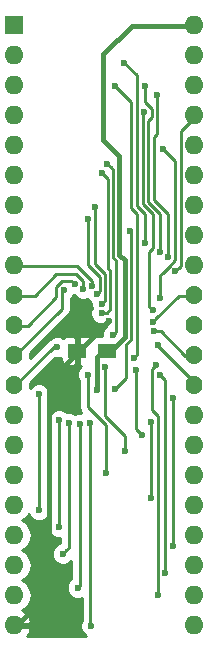
<source format=gbl>
G04 #@! TF.FileFunction,Copper,L2,Bot,Signal*
%FSLAX46Y46*%
G04 Gerber Fmt 4.6, Leading zero omitted, Abs format (unit mm)*
G04 Created by KiCad (PCBNEW 4.0.7-e2-6376~58~ubuntu16.04.1) date Tue Aug 20 20:43:04 2024*
%MOMM*%
%LPD*%
G01*
G04 APERTURE LIST*
%ADD10C,0.100000*%
%ADD11R,1.500000X1.250000*%
%ADD12R,1.600000X1.600000*%
%ADD13O,1.600000X1.600000*%
%ADD14O,1.400000X1.600000*%
%ADD15C,0.600000*%
%ADD16C,0.400000*%
%ADD17C,0.250000*%
%ADD18C,0.254000*%
G04 APERTURE END LIST*
D10*
D11*
X156130000Y-132540000D03*
X153630000Y-132540000D03*
D12*
X148330000Y-104970000D03*
D13*
X163570000Y-155770000D03*
X148330000Y-107510000D03*
X163570000Y-153230000D03*
X148330000Y-110050000D03*
X163570000Y-150690000D03*
X148330000Y-112590000D03*
X163570000Y-148150000D03*
X148330000Y-115130000D03*
X163570000Y-145610000D03*
X148330000Y-117670000D03*
X163570000Y-143070000D03*
X148330000Y-120210000D03*
X163570000Y-140530000D03*
X148330000Y-122750000D03*
X163570000Y-137990000D03*
X148330000Y-125290000D03*
D14*
X163570000Y-135450000D03*
X148330000Y-127830000D03*
X163570000Y-132910000D03*
X148330000Y-130370000D03*
X163570000Y-130370000D03*
X148330000Y-132910000D03*
X163570000Y-127830000D03*
X148330000Y-135450000D03*
D13*
X163570000Y-125290000D03*
X148330000Y-137990000D03*
X163570000Y-122750000D03*
X148330000Y-140530000D03*
X163570000Y-120210000D03*
X148330000Y-143070000D03*
X163570000Y-117670000D03*
X148330000Y-145610000D03*
X163570000Y-115130000D03*
X148330000Y-148150000D03*
X163570000Y-112590000D03*
X148330000Y-150690000D03*
X163570000Y-110050000D03*
X148330000Y-153230000D03*
X163570000Y-107510000D03*
X148330000Y-155770000D03*
X163570000Y-104970000D03*
D15*
X155300000Y-135900000D03*
X156324957Y-130034921D03*
X159366397Y-123424176D03*
X157619990Y-108147998D03*
X154820000Y-155830000D03*
X154770000Y-138670000D03*
X153678930Y-152594990D03*
X153870000Y-138740000D03*
X158441388Y-133122544D03*
X156840000Y-110090000D03*
X152431082Y-149715010D03*
X152930000Y-138670000D03*
X159324979Y-112363296D03*
X160039965Y-129112004D03*
X152062237Y-147439139D03*
X152120000Y-138420000D03*
X150410000Y-146050000D03*
X150420000Y-136230000D03*
X156168341Y-116718305D03*
X156649968Y-131218275D03*
X154549990Y-134550000D03*
X156120000Y-142870000D03*
X156000010Y-133900000D03*
X157650000Y-141000000D03*
X158110000Y-122390000D03*
X156880000Y-135750010D03*
X158599990Y-134165063D03*
X159140000Y-139670000D03*
X154900556Y-127056165D03*
X160520000Y-132050000D03*
X154142375Y-127311469D03*
X160183300Y-130877075D03*
X153442582Y-126923772D03*
X152525457Y-127378442D03*
X160040010Y-130090000D03*
X151970000Y-132230000D03*
X155325931Y-127733716D03*
X154564990Y-121352338D03*
X155709946Y-128560771D03*
X155190000Y-120400000D03*
X155764979Y-117505507D03*
X155704549Y-129360764D03*
X159854990Y-138588300D03*
X159854990Y-144985881D03*
X160664975Y-128062246D03*
X160890000Y-115420000D03*
X161745010Y-136524738D03*
X161745010Y-149090000D03*
X161925806Y-125803114D03*
X161120000Y-151330000D03*
X160640000Y-134590000D03*
X161310889Y-124629242D03*
X160400000Y-110900000D03*
X160480000Y-153220000D03*
X160330000Y-133730000D03*
X160658484Y-124166224D03*
X159350010Y-110121666D03*
D16*
X157655009Y-131384991D02*
X156500000Y-132540000D01*
X157655009Y-129732533D02*
X157655009Y-131384991D01*
X157650000Y-124871112D02*
X157650000Y-129727524D01*
X157195022Y-124416134D02*
X157650000Y-124871112D01*
X157195022Y-116025022D02*
X157195022Y-124416134D01*
X155830000Y-114660000D02*
X157195022Y-116025022D01*
X157650000Y-129727524D02*
X157655009Y-129732533D01*
X156500000Y-132540000D02*
X156130000Y-132540000D01*
X155300000Y-133060000D02*
X155300000Y-135900000D01*
X155820000Y-132540000D02*
X155300000Y-133060000D01*
X156130000Y-132540000D02*
X155820000Y-132540000D01*
X155830000Y-107450000D02*
X155830000Y-114660000D01*
X158276400Y-105003600D02*
X155830000Y-107450000D01*
X162150000Y-105003600D02*
X158276400Y-105003600D01*
X163741100Y-105003600D02*
X162150000Y-105003600D01*
X153755000Y-132540000D02*
X156260079Y-130034921D01*
X156024958Y-130334920D02*
X156324957Y-130034921D01*
X151240000Y-135119878D02*
X156024958Y-130334920D01*
X151240000Y-153064700D02*
X151240000Y-135119878D01*
X148501100Y-155803600D02*
X151240000Y-153064700D01*
X153630000Y-132540000D02*
X153755000Y-132540000D01*
X156260079Y-130034921D02*
X156324957Y-130034921D01*
D17*
X159366397Y-122999912D02*
X159366397Y-123424176D01*
X159366397Y-120934978D02*
X159366397Y-122999912D01*
X158685020Y-109213028D02*
X158685020Y-120253601D01*
X157619990Y-108147998D02*
X158685020Y-109213028D01*
X158685020Y-120253601D02*
X159366397Y-120934978D01*
X154770000Y-138670000D02*
X154770000Y-155780000D01*
X154770000Y-155780000D02*
X154820000Y-155830000D01*
X153870000Y-152403920D02*
X153678930Y-152594990D01*
X153870000Y-138740000D02*
X153870000Y-152403920D01*
X158441388Y-133122544D02*
X158741387Y-132822545D01*
X158225009Y-120430000D02*
X158225009Y-111475009D01*
X158741387Y-132822545D02*
X158741387Y-120946378D01*
X158741387Y-120946378D02*
X158225009Y-120430000D01*
X158225009Y-111475009D02*
X157139999Y-110389999D01*
X157139999Y-110389999D02*
X156840000Y-110090000D01*
X152731081Y-149415011D02*
X152431082Y-149715010D01*
X152930000Y-149216092D02*
X152731081Y-149415011D01*
X152930000Y-138670000D02*
X152930000Y-149216092D01*
X159217304Y-112470971D02*
X159324979Y-112363296D01*
X159217304Y-120149473D02*
X159217304Y-112470971D01*
X160039965Y-120972134D02*
X159217304Y-120149473D01*
X160039965Y-123859741D02*
X160039965Y-120972134D01*
X160039965Y-129112004D02*
X159739966Y-128812005D01*
X159739966Y-124159740D02*
X160039965Y-123859741D01*
X159739966Y-128812005D02*
X159739966Y-124159740D01*
X152120000Y-138420000D02*
X152120000Y-147381376D01*
X152120000Y-147381376D02*
X152062237Y-147439139D01*
X150400000Y-136674264D02*
X150400000Y-146040000D01*
X150400000Y-146040000D02*
X150410000Y-146050000D01*
X150420000Y-136230000D02*
X150420000Y-136654264D01*
X150420000Y-136654264D02*
X150400000Y-136674264D01*
X156949967Y-130918276D02*
X156949967Y-124913556D01*
X156468340Y-117018304D02*
X156168341Y-116718305D01*
X156949967Y-124913556D02*
X156670011Y-124633600D01*
X156670011Y-117219975D02*
X156468340Y-117018304D01*
X156649968Y-131218275D02*
X156949967Y-130918276D01*
X156670011Y-124633600D02*
X156670011Y-117219975D01*
X156120000Y-142870000D02*
X156120000Y-138860000D01*
X156120000Y-138860000D02*
X154549990Y-137289990D01*
X154549990Y-137289990D02*
X154549990Y-134974264D01*
X154549990Y-134974264D02*
X154549990Y-134550000D01*
X157650000Y-141000000D02*
X157650000Y-139753590D01*
X157650000Y-139753590D02*
X156000010Y-138103600D01*
X156000010Y-138103600D02*
X156000010Y-134324264D01*
X156000010Y-134324264D02*
X156000010Y-133900000D01*
X158180020Y-123115301D02*
X158180020Y-122460020D01*
X158180020Y-122460020D02*
X158110000Y-122390000D01*
X156880000Y-135750010D02*
X157800010Y-134830000D01*
X157800010Y-134830000D02*
X157800010Y-131982467D01*
X157800010Y-131982467D02*
X158180020Y-131602457D01*
X158180020Y-131602457D02*
X158180020Y-123115301D01*
X158599990Y-134589327D02*
X158599990Y-134165063D01*
X158599990Y-139129990D02*
X158599990Y-134589327D01*
X159140000Y-139670000D02*
X158599990Y-139129990D01*
X148501100Y-125323600D02*
X153270000Y-125323600D01*
X154900556Y-127056165D02*
X154900556Y-126631901D01*
X154900556Y-126631901D02*
X153592255Y-125323600D01*
X153592255Y-125323600D02*
X153270000Y-125323600D01*
X163741100Y-135483600D02*
X163741100Y-135383600D01*
X160520000Y-132162500D02*
X160520000Y-132050000D01*
X163741100Y-135383600D02*
X160520000Y-132162500D01*
X154142375Y-126647373D02*
X154142375Y-126887205D01*
X151823600Y-126069989D02*
X153564991Y-126069989D01*
X154142375Y-126887205D02*
X154142375Y-127311469D01*
X148501100Y-127863600D02*
X150029989Y-127863600D01*
X153564991Y-126069989D02*
X154142375Y-126647373D01*
X150029989Y-127863600D02*
X151823600Y-126069989D01*
X162791100Y-132943600D02*
X160724575Y-130877075D01*
X163741100Y-132943600D02*
X162791100Y-132943600D01*
X160724575Y-130877075D02*
X160607564Y-130877075D01*
X160607564Y-130877075D02*
X160183300Y-130877075D01*
X153142583Y-126623773D02*
X153442582Y-126923772D01*
X151843456Y-127135441D02*
X152355124Y-126623773D01*
X151843456Y-128011244D02*
X151843456Y-127135441D01*
X152355124Y-126623773D02*
X153142583Y-126623773D01*
X149451100Y-130403600D02*
X151843456Y-128011244D01*
X151843456Y-128011244D02*
X151843456Y-127965705D01*
X148501100Y-130403600D02*
X149451100Y-130403600D01*
X148501100Y-132843600D02*
X152335295Y-129009405D01*
X148501100Y-132943600D02*
X148501100Y-132843600D01*
X152335295Y-129009405D02*
X152335295Y-127328659D01*
X160340009Y-129790001D02*
X160040010Y-130090000D01*
X163741100Y-127863600D02*
X162266410Y-127863600D01*
X162266410Y-127863600D02*
X160340009Y-129790001D01*
X148501100Y-135483600D02*
X148501100Y-135383600D01*
X148501100Y-135383600D02*
X151654700Y-132230000D01*
X151654700Y-132230000D02*
X151970000Y-132230000D01*
X155325931Y-127733716D02*
X155544956Y-127514691D01*
X155544956Y-127514691D02*
X155544956Y-126279966D01*
X155544956Y-126279966D02*
X154564990Y-125300000D01*
X154564990Y-125300000D02*
X154564990Y-121352338D01*
X155709946Y-128560771D02*
X155994967Y-128275750D01*
X155994967Y-128275750D02*
X155994967Y-126004967D01*
X155994967Y-126004967D02*
X155190000Y-125200000D01*
X155190000Y-125200000D02*
X155190000Y-120824264D01*
X155190000Y-120824264D02*
X155190000Y-120400000D01*
X156444978Y-125750000D02*
X156220000Y-125525022D01*
X156220000Y-117960528D02*
X155764979Y-117505507D01*
X156220000Y-125525022D02*
X156220000Y-117960528D01*
X155704549Y-129360764D02*
X156128813Y-129360764D01*
X156128813Y-129360764D02*
X156444978Y-129044599D01*
X156444978Y-129044599D02*
X156444978Y-125750000D01*
X159854990Y-144985881D02*
X159854990Y-138588300D01*
X160890000Y-125934030D02*
X160664975Y-126159055D01*
X161941602Y-124882428D02*
X160890000Y-125934030D01*
X161564084Y-125259946D02*
X160890000Y-125934030D01*
X160890000Y-115420000D02*
X161941602Y-116471602D01*
X161941602Y-116471602D02*
X161941602Y-124882428D01*
X160664975Y-127637982D02*
X160664975Y-128062246D01*
X160664975Y-126159055D02*
X160664975Y-127637982D01*
X161745010Y-149090000D02*
X161745010Y-136524738D01*
X162225805Y-125503115D02*
X161925806Y-125803114D01*
X162391613Y-113973087D02*
X162391613Y-125337307D01*
X163741100Y-112623600D02*
X162391613Y-113973087D01*
X162391613Y-125337307D02*
X162225805Y-125503115D01*
X161120000Y-151330000D02*
X161120000Y-135070000D01*
X161120000Y-135070000D02*
X161040000Y-134990000D01*
X160640000Y-134590000D02*
X161040000Y-134990000D01*
X161310889Y-120932769D02*
X161310889Y-124204978D01*
X160400000Y-114164311D02*
X160134311Y-114430000D01*
X161310889Y-124204978D02*
X161310889Y-124629242D01*
X160134311Y-119756191D02*
X161310889Y-120932769D01*
X160134311Y-114430000D02*
X160134311Y-119756191D01*
X160400000Y-110900000D02*
X160400000Y-114164311D01*
X160014999Y-137581410D02*
X160433589Y-138000000D01*
X160480000Y-138046411D02*
X160433589Y-138000000D01*
X160480000Y-153220000D02*
X160480000Y-138046411D01*
X160480000Y-150690000D02*
X160480000Y-153220000D01*
X160330000Y-133730000D02*
X160014999Y-134045001D01*
X160014999Y-134045001D02*
X160014999Y-137581410D01*
X160658484Y-123741960D02*
X160658484Y-124166224D01*
X160658484Y-120954243D02*
X160658484Y-123741960D01*
X159680044Y-119975803D02*
X160658484Y-120954243D01*
X159680044Y-113046046D02*
X159680044Y-119975803D01*
X159949989Y-112776101D02*
X159680044Y-113046046D01*
X159949989Y-112038271D02*
X159949989Y-112776101D01*
X159350010Y-110121666D02*
X159350010Y-111438292D01*
X159350010Y-111438292D02*
X159949989Y-112038271D01*
D18*
G36*
X153367521Y-127858707D02*
X153612048Y-128103661D01*
X153955576Y-128246307D01*
X154327542Y-128246631D01*
X154497222Y-128176521D01*
X154532814Y-128262659D01*
X154774994Y-128505262D01*
X154774784Y-128745938D01*
X154860901Y-128954357D01*
X154769711Y-129173965D01*
X154769387Y-129545931D01*
X154911432Y-129889707D01*
X155174222Y-130152956D01*
X155517750Y-130295602D01*
X155889716Y-130295926D01*
X156189967Y-130171865D01*
X156189967Y-130396672D01*
X156121025Y-130425158D01*
X155857776Y-130687948D01*
X155715130Y-131031476D01*
X155714924Y-131267560D01*
X155380000Y-131267560D01*
X155144683Y-131311838D01*
X154928559Y-131450910D01*
X154882031Y-131519006D01*
X154739698Y-131376673D01*
X154506309Y-131280000D01*
X153915750Y-131280000D01*
X153757000Y-131438750D01*
X153757000Y-132413000D01*
X153777000Y-132413000D01*
X153777000Y-132667000D01*
X153757000Y-132667000D01*
X153757000Y-133641250D01*
X153915750Y-133800000D01*
X153977855Y-133800000D01*
X153757798Y-134019673D01*
X153615152Y-134363201D01*
X153614828Y-134735167D01*
X153756873Y-135078943D01*
X153789990Y-135112118D01*
X153789990Y-137289990D01*
X153847842Y-137580829D01*
X153997702Y-137805111D01*
X153684833Y-137804838D01*
X153474316Y-137891822D01*
X153460327Y-137877808D01*
X153116799Y-137735162D01*
X152757181Y-137734849D01*
X152650327Y-137627808D01*
X152306799Y-137485162D01*
X151934833Y-137484838D01*
X151591057Y-137626883D01*
X151327808Y-137889673D01*
X151185162Y-138233201D01*
X151184838Y-138605167D01*
X151326883Y-138948943D01*
X151360000Y-138982118D01*
X151360000Y-146819014D01*
X151270045Y-146908812D01*
X151127399Y-147252340D01*
X151127075Y-147624306D01*
X151269120Y-147968082D01*
X151531910Y-148231331D01*
X151875438Y-148373977D01*
X152170000Y-148374234D01*
X152170000Y-148811215D01*
X151902139Y-148921893D01*
X151638890Y-149184683D01*
X151496244Y-149528211D01*
X151495920Y-149900177D01*
X151637965Y-150243953D01*
X151900755Y-150507202D01*
X152244283Y-150649848D01*
X152616249Y-150650172D01*
X152960025Y-150508127D01*
X153110000Y-150358413D01*
X153110000Y-151841790D01*
X152886738Y-152064663D01*
X152744092Y-152408191D01*
X152743768Y-152780157D01*
X152885813Y-153123933D01*
X153148603Y-153387182D01*
X153492131Y-153529828D01*
X153864097Y-153530152D01*
X154010000Y-153469866D01*
X154010000Y-155342559D01*
X153885162Y-155643201D01*
X153884838Y-156015167D01*
X154026883Y-156358943D01*
X154289673Y-156622192D01*
X154414357Y-156673965D01*
X149399791Y-156685427D01*
X149561041Y-156507423D01*
X149721904Y-156119039D01*
X149599915Y-155897000D01*
X148457000Y-155897000D01*
X148457000Y-155917000D01*
X148203000Y-155917000D01*
X148203000Y-155897000D01*
X148183000Y-155897000D01*
X148183000Y-155643000D01*
X148203000Y-155643000D01*
X148203000Y-155623000D01*
X148457000Y-155623000D01*
X148457000Y-155643000D01*
X149599915Y-155643000D01*
X149721904Y-155420961D01*
X149561041Y-155032577D01*
X149185134Y-154617611D01*
X148968297Y-154514986D01*
X149372811Y-154244698D01*
X149683880Y-153779151D01*
X149793113Y-153230000D01*
X149683880Y-152680849D01*
X149372811Y-152215302D01*
X148990725Y-151960000D01*
X149372811Y-151704698D01*
X149683880Y-151239151D01*
X149793113Y-150690000D01*
X149683880Y-150140849D01*
X149372811Y-149675302D01*
X148990725Y-149420000D01*
X149372811Y-149164698D01*
X149683880Y-148699151D01*
X149793113Y-148150000D01*
X149683880Y-147600849D01*
X149372811Y-147135302D01*
X148990725Y-146880000D01*
X149372811Y-146624698D01*
X149535305Y-146381509D01*
X149616883Y-146578943D01*
X149879673Y-146842192D01*
X150223201Y-146984838D01*
X150595167Y-146985162D01*
X150938943Y-146843117D01*
X151202192Y-146580327D01*
X151344838Y-146236799D01*
X151345162Y-145864833D01*
X151203117Y-145521057D01*
X151160000Y-145477865D01*
X151160000Y-136812428D01*
X151212192Y-136760327D01*
X151354838Y-136416799D01*
X151355162Y-136044833D01*
X151213117Y-135701057D01*
X150950327Y-135437808D01*
X150606799Y-135295162D01*
X150234833Y-135294838D01*
X149891057Y-135436883D01*
X149644044Y-135683465D01*
X149665000Y-135578113D01*
X149665000Y-135321887D01*
X149660457Y-135299045D01*
X151794654Y-133164848D01*
X152155167Y-133165162D01*
X152245000Y-133128044D01*
X152245000Y-133291310D01*
X152341673Y-133524699D01*
X152520302Y-133703327D01*
X152753691Y-133800000D01*
X153344250Y-133800000D01*
X153503000Y-133641250D01*
X153503000Y-132667000D01*
X153483000Y-132667000D01*
X153483000Y-132413000D01*
X153503000Y-132413000D01*
X153503000Y-131438750D01*
X153344250Y-131280000D01*
X152753691Y-131280000D01*
X152520302Y-131376673D01*
X152471243Y-131425731D01*
X152156799Y-131295162D01*
X151784833Y-131294838D01*
X151441057Y-131436883D01*
X151321727Y-131556005D01*
X151117299Y-131692599D01*
X149638485Y-133171413D01*
X149665000Y-133038113D01*
X149665000Y-132781887D01*
X149660457Y-132759045D01*
X152872696Y-129546806D01*
X153037443Y-129300244D01*
X153095295Y-129009405D01*
X153095295Y-128130735D01*
X153317649Y-127908769D01*
X153338447Y-127858682D01*
X153367521Y-127858707D01*
X153367521Y-127858707D01*
G37*
X153367521Y-127858707D02*
X153612048Y-128103661D01*
X153955576Y-128246307D01*
X154327542Y-128246631D01*
X154497222Y-128176521D01*
X154532814Y-128262659D01*
X154774994Y-128505262D01*
X154774784Y-128745938D01*
X154860901Y-128954357D01*
X154769711Y-129173965D01*
X154769387Y-129545931D01*
X154911432Y-129889707D01*
X155174222Y-130152956D01*
X155517750Y-130295602D01*
X155889716Y-130295926D01*
X156189967Y-130171865D01*
X156189967Y-130396672D01*
X156121025Y-130425158D01*
X155857776Y-130687948D01*
X155715130Y-131031476D01*
X155714924Y-131267560D01*
X155380000Y-131267560D01*
X155144683Y-131311838D01*
X154928559Y-131450910D01*
X154882031Y-131519006D01*
X154739698Y-131376673D01*
X154506309Y-131280000D01*
X153915750Y-131280000D01*
X153757000Y-131438750D01*
X153757000Y-132413000D01*
X153777000Y-132413000D01*
X153777000Y-132667000D01*
X153757000Y-132667000D01*
X153757000Y-133641250D01*
X153915750Y-133800000D01*
X153977855Y-133800000D01*
X153757798Y-134019673D01*
X153615152Y-134363201D01*
X153614828Y-134735167D01*
X153756873Y-135078943D01*
X153789990Y-135112118D01*
X153789990Y-137289990D01*
X153847842Y-137580829D01*
X153997702Y-137805111D01*
X153684833Y-137804838D01*
X153474316Y-137891822D01*
X153460327Y-137877808D01*
X153116799Y-137735162D01*
X152757181Y-137734849D01*
X152650327Y-137627808D01*
X152306799Y-137485162D01*
X151934833Y-137484838D01*
X151591057Y-137626883D01*
X151327808Y-137889673D01*
X151185162Y-138233201D01*
X151184838Y-138605167D01*
X151326883Y-138948943D01*
X151360000Y-138982118D01*
X151360000Y-146819014D01*
X151270045Y-146908812D01*
X151127399Y-147252340D01*
X151127075Y-147624306D01*
X151269120Y-147968082D01*
X151531910Y-148231331D01*
X151875438Y-148373977D01*
X152170000Y-148374234D01*
X152170000Y-148811215D01*
X151902139Y-148921893D01*
X151638890Y-149184683D01*
X151496244Y-149528211D01*
X151495920Y-149900177D01*
X151637965Y-150243953D01*
X151900755Y-150507202D01*
X152244283Y-150649848D01*
X152616249Y-150650172D01*
X152960025Y-150508127D01*
X153110000Y-150358413D01*
X153110000Y-151841790D01*
X152886738Y-152064663D01*
X152744092Y-152408191D01*
X152743768Y-152780157D01*
X152885813Y-153123933D01*
X153148603Y-153387182D01*
X153492131Y-153529828D01*
X153864097Y-153530152D01*
X154010000Y-153469866D01*
X154010000Y-155342559D01*
X153885162Y-155643201D01*
X153884838Y-156015167D01*
X154026883Y-156358943D01*
X154289673Y-156622192D01*
X154414357Y-156673965D01*
X149399791Y-156685427D01*
X149561041Y-156507423D01*
X149721904Y-156119039D01*
X149599915Y-155897000D01*
X148457000Y-155897000D01*
X148457000Y-155917000D01*
X148203000Y-155917000D01*
X148203000Y-155897000D01*
X148183000Y-155897000D01*
X148183000Y-155643000D01*
X148203000Y-155643000D01*
X148203000Y-155623000D01*
X148457000Y-155623000D01*
X148457000Y-155643000D01*
X149599915Y-155643000D01*
X149721904Y-155420961D01*
X149561041Y-155032577D01*
X149185134Y-154617611D01*
X148968297Y-154514986D01*
X149372811Y-154244698D01*
X149683880Y-153779151D01*
X149793113Y-153230000D01*
X149683880Y-152680849D01*
X149372811Y-152215302D01*
X148990725Y-151960000D01*
X149372811Y-151704698D01*
X149683880Y-151239151D01*
X149793113Y-150690000D01*
X149683880Y-150140849D01*
X149372811Y-149675302D01*
X148990725Y-149420000D01*
X149372811Y-149164698D01*
X149683880Y-148699151D01*
X149793113Y-148150000D01*
X149683880Y-147600849D01*
X149372811Y-147135302D01*
X148990725Y-146880000D01*
X149372811Y-146624698D01*
X149535305Y-146381509D01*
X149616883Y-146578943D01*
X149879673Y-146842192D01*
X150223201Y-146984838D01*
X150595167Y-146985162D01*
X150938943Y-146843117D01*
X151202192Y-146580327D01*
X151344838Y-146236799D01*
X151345162Y-145864833D01*
X151203117Y-145521057D01*
X151160000Y-145477865D01*
X151160000Y-136812428D01*
X151212192Y-136760327D01*
X151354838Y-136416799D01*
X151355162Y-136044833D01*
X151213117Y-135701057D01*
X150950327Y-135437808D01*
X150606799Y-135295162D01*
X150234833Y-135294838D01*
X149891057Y-135436883D01*
X149644044Y-135683465D01*
X149665000Y-135578113D01*
X149665000Y-135321887D01*
X149660457Y-135299045D01*
X151794654Y-133164848D01*
X152155167Y-133165162D01*
X152245000Y-133128044D01*
X152245000Y-133291310D01*
X152341673Y-133524699D01*
X152520302Y-133703327D01*
X152753691Y-133800000D01*
X153344250Y-133800000D01*
X153503000Y-133641250D01*
X153503000Y-132667000D01*
X153483000Y-132667000D01*
X153483000Y-132413000D01*
X153503000Y-132413000D01*
X153503000Y-131438750D01*
X153344250Y-131280000D01*
X152753691Y-131280000D01*
X152520302Y-131376673D01*
X152471243Y-131425731D01*
X152156799Y-131295162D01*
X151784833Y-131294838D01*
X151441057Y-131436883D01*
X151321727Y-131556005D01*
X151117299Y-131692599D01*
X149638485Y-133171413D01*
X149665000Y-133038113D01*
X149665000Y-132781887D01*
X149660457Y-132759045D01*
X152872696Y-129546806D01*
X153037443Y-129300244D01*
X153095295Y-129009405D01*
X153095295Y-128130735D01*
X153317649Y-127908769D01*
X153338447Y-127858682D01*
X153367521Y-127858707D01*
M02*

</source>
